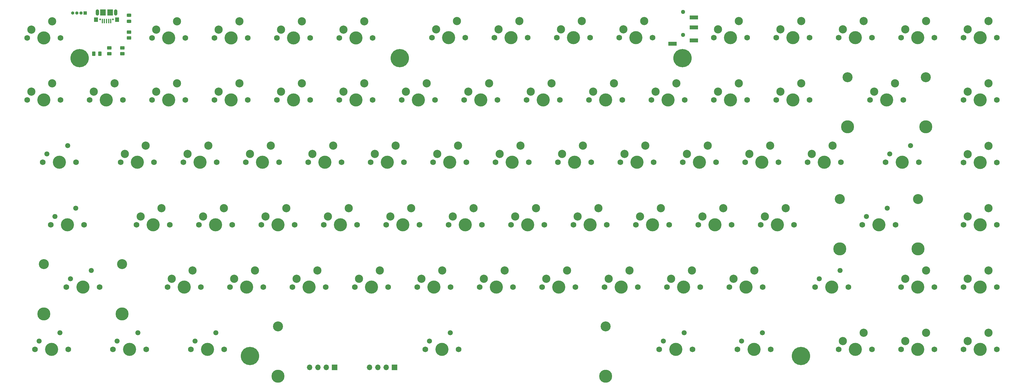
<source format=gbr>
%TF.GenerationSoftware,KiCad,Pcbnew,7.0.8-7.0.8~ubuntu22.04.1*%
%TF.CreationDate,2023-11-08T21:52:34+01:00*%
%TF.ProjectId,keyboard,6b657962-6f61-4726-942e-6b696361645f,rev?*%
%TF.SameCoordinates,Original*%
%TF.FileFunction,Soldermask,Top*%
%TF.FilePolarity,Negative*%
%FSLAX46Y46*%
G04 Gerber Fmt 4.6, Leading zero omitted, Abs format (unit mm)*
G04 Created by KiCad (PCBNEW 7.0.8-7.0.8~ubuntu22.04.1) date 2023-11-08 21:52:34*
%MOMM*%
%LPD*%
G01*
G04 APERTURE LIST*
G04 Aperture macros list*
%AMRoundRect*
0 Rectangle with rounded corners*
0 $1 Rounding radius*
0 $2 $3 $4 $5 $6 $7 $8 $9 X,Y pos of 4 corners*
0 Add a 4 corners polygon primitive as box body*
4,1,4,$2,$3,$4,$5,$6,$7,$8,$9,$2,$3,0*
0 Add four circle primitives for the rounded corners*
1,1,$1+$1,$2,$3*
1,1,$1+$1,$4,$5*
1,1,$1+$1,$6,$7*
1,1,$1+$1,$8,$9*
0 Add four rect primitives between the rounded corners*
20,1,$1+$1,$2,$3,$4,$5,0*
20,1,$1+$1,$4,$5,$6,$7,0*
20,1,$1+$1,$6,$7,$8,$9,0*
20,1,$1+$1,$8,$9,$2,$3,0*%
G04 Aperture macros list end*
%ADD10C,1.750000*%
%ADD11C,4.000000*%
%ADD12C,2.500000*%
%ADD13C,1.550000*%
%ADD14RoundRect,0.250000X-0.450000X0.262500X-0.450000X-0.262500X0.450000X-0.262500X0.450000X0.262500X0*%
%ADD15C,5.600000*%
%ADD16C,3.048000*%
%ADD17C,3.987800*%
%ADD18C,0.550000*%
%ADD19R,0.400000X1.400000*%
%ADD20R,1.150000X1.450000*%
%ADD21O,1.050000X1.900000*%
%ADD22R,1.750000X1.900000*%
%ADD23RoundRect,0.243750X-0.456250X0.243750X-0.456250X-0.243750X0.456250X-0.243750X0.456250X0.243750X0*%
%ADD24RoundRect,0.250000X0.262500X0.450000X-0.262500X0.450000X-0.262500X-0.450000X0.262500X-0.450000X0*%
%ADD25C,1.300000*%
%ADD26R,2.500000X1.200000*%
%ADD27R,1.000000X1.000000*%
%ADD28O,1.000000X1.000000*%
%ADD29R,1.700000X1.700000*%
%ADD30O,1.700000X1.700000*%
G04 APERTURE END LIST*
D10*
%TO.C,S4*%
X245380000Y-116680000D03*
D11*
X250460000Y-116680000D03*
D10*
X255540000Y-116680000D03*
D12*
X246650000Y-114140000D03*
X253000000Y-111600000D03*
%TD*%
D10*
%TO.C,S10*%
X293030000Y-97630000D03*
D11*
X298110000Y-97630000D03*
D10*
X303190000Y-97630000D03*
D12*
X294300000Y-95090000D03*
X300650000Y-92550000D03*
%TD*%
D10*
%TO.C,S33*%
X288280000Y-135750000D03*
D11*
X293360000Y-135750000D03*
D10*
X298440000Y-135750000D03*
D12*
X289550000Y-133210000D03*
X295900000Y-130670000D03*
%TD*%
D10*
%TO.C,S24*%
X69160000Y-116680000D03*
D13*
X70430000Y-114140000D03*
D11*
X74240000Y-116680000D03*
D13*
X76780000Y-111600000D03*
D10*
X79320000Y-116680000D03*
%TD*%
D14*
%TO.C,R5*%
X95450000Y-76850000D03*
X95450000Y-78675000D03*
%TD*%
D10*
%TO.C,S56*%
X135880000Y-135750000D03*
D11*
X140960000Y-135750000D03*
D10*
X146040000Y-135750000D03*
D12*
X137150000Y-133210000D03*
X143500000Y-130670000D03*
%TD*%
D10*
%TO.C,S51*%
X107230000Y-154800000D03*
D11*
X112310000Y-154800000D03*
D10*
X117390000Y-154800000D03*
D12*
X108500000Y-152260000D03*
X114850000Y-149720000D03*
%TD*%
D15*
%TO.C,H1*%
X80350000Y-84800000D03*
%TD*%
D10*
%TO.C,S65*%
X293020000Y-78550000D03*
D11*
X298100000Y-78550000D03*
D10*
X303180000Y-78550000D03*
D12*
X294290000Y-76010000D03*
X300640000Y-73470000D03*
%TD*%
D10*
%TO.C,S16*%
X83460000Y-97630000D03*
D11*
X88540000Y-97630000D03*
D10*
X93620000Y-97630000D03*
D12*
X84730000Y-95090000D03*
X91080000Y-92550000D03*
%TD*%
D10*
%TO.C,S66*%
X235880000Y-97630000D03*
D11*
X240960000Y-97630000D03*
D10*
X246040000Y-97630000D03*
D12*
X237150000Y-95090000D03*
X243500000Y-92550000D03*
%TD*%
D10*
%TO.C,S58*%
X90580000Y-173850000D03*
D13*
X91850000Y-171310000D03*
D11*
X95660000Y-173850000D03*
D13*
X98200000Y-168770000D03*
D10*
X100740000Y-173850000D03*
%TD*%
%TO.C,S21*%
X331090000Y-173850000D03*
D11*
X336170000Y-173850000D03*
D10*
X341250000Y-173850000D03*
D12*
X332360000Y-171310000D03*
X338710000Y-168770000D03*
%TD*%
D10*
%TO.C,S75*%
X183430000Y-154800000D03*
D11*
X188510000Y-154800000D03*
D10*
X193590000Y-154800000D03*
D12*
X184700000Y-152260000D03*
X191050000Y-149720000D03*
%TD*%
D10*
%TO.C,S76*%
X257290000Y-173850000D03*
D13*
X258560000Y-171310000D03*
D11*
X262370000Y-173850000D03*
D13*
X264910000Y-168770000D03*
D10*
X267450000Y-173850000D03*
%TD*%
D15*
%TO.C,H3*%
X300550000Y-175950000D03*
%TD*%
D10*
%TO.C,S59*%
X273970000Y-78550000D03*
D11*
X279050000Y-78550000D03*
D10*
X284130000Y-78550000D03*
D12*
X275240000Y-76010000D03*
X281590000Y-73470000D03*
%TD*%
D10*
%TO.C,S23*%
X102510000Y-97630000D03*
D11*
X107590000Y-97630000D03*
D10*
X112670000Y-97630000D03*
D12*
X103780000Y-95090000D03*
X110130000Y-92550000D03*
%TD*%
D10*
%TO.C,S55*%
X169180000Y-116680000D03*
D11*
X174260000Y-116680000D03*
D10*
X179340000Y-116680000D03*
D12*
X170450000Y-114140000D03*
X176800000Y-111600000D03*
%TD*%
D10*
%TO.C,S49*%
X150130000Y-116680000D03*
D11*
X155210000Y-116680000D03*
D10*
X160290000Y-116680000D03*
D12*
X151400000Y-114140000D03*
X157750000Y-111600000D03*
%TD*%
D10*
%TO.C,S2*%
X331120000Y-78550000D03*
D11*
X336200000Y-78550000D03*
D10*
X341280000Y-78550000D03*
D12*
X332390000Y-76010000D03*
X338740000Y-73470000D03*
%TD*%
D14*
%TO.C,R2*%
X93430000Y-81675000D03*
X93430000Y-83500000D03*
%TD*%
D10*
%TO.C,S35*%
X187900000Y-78550000D03*
D11*
X192980000Y-78550000D03*
D10*
X198060000Y-78550000D03*
D12*
X189170000Y-76010000D03*
X195520000Y-73470000D03*
%TD*%
D10*
%TO.C,S70*%
X185850000Y-173850000D03*
D13*
X187120000Y-171310000D03*
D11*
X190930000Y-173850000D03*
D13*
X193470000Y-168770000D03*
D10*
X196010000Y-173850000D03*
%TD*%
D16*
%TO.C,bs stabilizer*%
X314742000Y-90645000D03*
D17*
X314742000Y-105855000D03*
D16*
X338618000Y-90645000D03*
D17*
X338618000Y-105855000D03*
%TD*%
D10*
%TO.C,S15*%
X121580000Y-78600000D03*
D11*
X126660000Y-78600000D03*
D10*
X131740000Y-78600000D03*
D12*
X122850000Y-76060000D03*
X129200000Y-73520000D03*
%TD*%
D10*
%TO.C,S28*%
X350150000Y-173850000D03*
D11*
X355230000Y-173850000D03*
D10*
X360310000Y-173850000D03*
D12*
X351420000Y-171310000D03*
X357770000Y-168770000D03*
%TD*%
D10*
%TO.C,S48*%
X178730000Y-97630000D03*
D11*
X183810000Y-97630000D03*
D10*
X188890000Y-97630000D03*
D12*
X180000000Y-95090000D03*
X186350000Y-92550000D03*
%TD*%
D10*
%TO.C,S78*%
X350130000Y-97590000D03*
D11*
X355210000Y-97590000D03*
D10*
X360290000Y-97590000D03*
D12*
X351400000Y-95050000D03*
X357750000Y-92510000D03*
%TD*%
D10*
%TO.C,S79*%
X350165000Y-116700000D03*
D11*
X355245000Y-116700000D03*
D10*
X360325000Y-116700000D03*
D12*
X351435000Y-114160000D03*
X357785000Y-111620000D03*
%TD*%
D10*
%TO.C,S6*%
X202480000Y-154800000D03*
D11*
X207560000Y-154800000D03*
D10*
X212640000Y-154800000D03*
D12*
X203750000Y-152260000D03*
X210100000Y-149720000D03*
%TD*%
D10*
%TO.C,S17*%
X321600000Y-97630000D03*
D11*
X326680000Y-97630000D03*
D10*
X331760000Y-97630000D03*
D12*
X322870000Y-95090000D03*
X329220000Y-92550000D03*
%TD*%
D10*
%TO.C,S60*%
X216830000Y-97630000D03*
D11*
X221910000Y-97630000D03*
D10*
X226990000Y-97630000D03*
D12*
X218100000Y-95090000D03*
X224450000Y-92550000D03*
%TD*%
D10*
%TO.C,S5*%
X212080000Y-135750000D03*
D11*
X217160000Y-135750000D03*
D10*
X222240000Y-135750000D03*
D12*
X213350000Y-133210000D03*
X219700000Y-130670000D03*
%TD*%
D10*
%TO.C,S53*%
X245070000Y-78550000D03*
D11*
X250150000Y-78550000D03*
D10*
X255230000Y-78550000D03*
D12*
X246340000Y-76010000D03*
X252690000Y-73470000D03*
%TD*%
D10*
%TO.C,S50*%
X116830000Y-135750000D03*
D11*
X121910000Y-135750000D03*
D10*
X126990000Y-135750000D03*
D12*
X118100000Y-133210000D03*
X124450000Y-130670000D03*
%TD*%
D10*
%TO.C,S62*%
X154930000Y-135750000D03*
D11*
X160010000Y-135750000D03*
D10*
X165090000Y-135750000D03*
D12*
X156200000Y-133210000D03*
X162550000Y-130670000D03*
%TD*%
D10*
%TO.C,S31*%
X92960000Y-116680000D03*
D11*
X98040000Y-116680000D03*
D10*
X103120000Y-116680000D03*
D12*
X94230000Y-114140000D03*
X100580000Y-111600000D03*
%TD*%
D14*
%TO.C,R1*%
X89430000Y-81675000D03*
X89430000Y-83500000D03*
%TD*%
D10*
%TO.C,S63*%
X145330000Y-154800000D03*
D11*
X150410000Y-154800000D03*
D10*
X155490000Y-154800000D03*
D12*
X146600000Y-152260000D03*
X152950000Y-149720000D03*
%TD*%
D10*
%TO.C,S26*%
X269230000Y-135750000D03*
D11*
X274310000Y-135750000D03*
D10*
X279390000Y-135750000D03*
D12*
X270500000Y-133210000D03*
X276850000Y-130670000D03*
%TD*%
D10*
%TO.C,S25*%
X302530000Y-116680000D03*
D11*
X307610000Y-116680000D03*
D10*
X312690000Y-116680000D03*
D12*
X303800000Y-114140000D03*
X310150000Y-111600000D03*
%TD*%
D10*
%TO.C,S11*%
X264430000Y-116680000D03*
D11*
X269510000Y-116680000D03*
D10*
X274590000Y-116680000D03*
D12*
X265700000Y-114140000D03*
X272050000Y-111600000D03*
%TD*%
D10*
%TO.C,S54*%
X197780000Y-97630000D03*
D11*
X202860000Y-97630000D03*
D10*
X207940000Y-97630000D03*
D12*
X199050000Y-95090000D03*
X205400000Y-92550000D03*
%TD*%
D10*
%TO.C,S1*%
X64410000Y-78600000D03*
D11*
X69490000Y-78600000D03*
D10*
X74570000Y-78600000D03*
D12*
X65680000Y-76060000D03*
X72030000Y-73520000D03*
%TD*%
D16*
%TO.C,lshift stabilizer*%
X69452000Y-147815000D03*
D17*
X69452000Y-163025000D03*
D16*
X93328000Y-147815000D03*
D17*
X93328000Y-163025000D03*
%TD*%
D10*
%TO.C,S9*%
X64410000Y-97630000D03*
D11*
X69490000Y-97630000D03*
D10*
X74570000Y-97630000D03*
D12*
X65680000Y-95090000D03*
X72030000Y-92550000D03*
%TD*%
D10*
%TO.C,S67*%
X207280000Y-116680000D03*
D11*
X212360000Y-116680000D03*
D10*
X217440000Y-116680000D03*
D12*
X208550000Y-114140000D03*
X214900000Y-111600000D03*
%TD*%
D10*
%TO.C,S40*%
X304870000Y-154800000D03*
D13*
X306140000Y-152260000D03*
D11*
X309950000Y-154800000D03*
D13*
X312490000Y-149720000D03*
D10*
X315030000Y-154800000D03*
%TD*%
D15*
%TO.C,H2*%
X178100000Y-84800000D03*
%TD*%
D10*
%TO.C,S68*%
X173980000Y-135750000D03*
D11*
X179060000Y-135750000D03*
D10*
X184140000Y-135750000D03*
D12*
X175250000Y-133210000D03*
X181600000Y-130670000D03*
%TD*%
D10*
%TO.C,S36*%
X140600000Y-97630000D03*
D11*
X145680000Y-97630000D03*
D10*
X150760000Y-97630000D03*
D12*
X141870000Y-95090000D03*
X148220000Y-92550000D03*
%TD*%
D10*
%TO.C,S7*%
X281170000Y-173850000D03*
D13*
X282440000Y-171310000D03*
D11*
X286250000Y-173850000D03*
D13*
X288790000Y-168770000D03*
D10*
X291330000Y-173850000D03*
%TD*%
D15*
%TO.C,H4*%
X132400000Y-175950000D03*
%TD*%
D18*
%TO.C,J1*%
X90525000Y-73000000D03*
X86675000Y-73000000D03*
D19*
X89900000Y-73500000D03*
X89250000Y-73500000D03*
X88600000Y-73500000D03*
X87950000Y-73500000D03*
X87300000Y-73500000D03*
D20*
X91800000Y-73080000D03*
D21*
X91425000Y-70850000D03*
D22*
X89725000Y-70850000D03*
X87475000Y-70850000D03*
D21*
X85775000Y-70850000D03*
D20*
X85400000Y-73080000D03*
%TD*%
D10*
%TO.C,S38*%
X71570000Y-135750000D03*
D13*
X72840000Y-133210000D03*
D11*
X76650000Y-135750000D03*
D13*
X79190000Y-130670000D03*
D10*
X81730000Y-135750000D03*
%TD*%
D16*
%TO.C,enter stabilizer*%
X312372000Y-127910000D03*
D17*
X312372000Y-143120000D03*
D16*
X336248000Y-127910000D03*
D17*
X336248000Y-143120000D03*
%TD*%
D10*
%TO.C,S80*%
X350150000Y-135750000D03*
D11*
X355230000Y-135750000D03*
D10*
X360310000Y-135750000D03*
D12*
X351420000Y-133210000D03*
X357770000Y-130670000D03*
%TD*%
D10*
%TO.C,S13*%
X221530000Y-154800000D03*
D11*
X226610000Y-154800000D03*
D10*
X231690000Y-154800000D03*
D12*
X222800000Y-152260000D03*
X229150000Y-149720000D03*
%TD*%
D10*
%TO.C,S14*%
X312040000Y-173850000D03*
D11*
X317120000Y-173850000D03*
D10*
X322200000Y-173850000D03*
D12*
X313310000Y-171310000D03*
X319660000Y-168770000D03*
%TD*%
D10*
%TO.C,S61*%
X188230000Y-116680000D03*
D11*
X193310000Y-116680000D03*
D10*
X198390000Y-116680000D03*
D12*
X189500000Y-114140000D03*
X195850000Y-111600000D03*
%TD*%
D10*
%TO.C,S44*%
X97780000Y-135750000D03*
D11*
X102860000Y-135750000D03*
D10*
X107940000Y-135750000D03*
D12*
X99050000Y-133210000D03*
X105400000Y-130670000D03*
%TD*%
D10*
%TO.C,S30*%
X121560000Y-97630000D03*
D11*
X126640000Y-97630000D03*
D10*
X131720000Y-97630000D03*
D12*
X122830000Y-95090000D03*
X129180000Y-92550000D03*
%TD*%
D10*
%TO.C,S47*%
X226020000Y-78550000D03*
D11*
X231100000Y-78550000D03*
D10*
X236180000Y-78550000D03*
D12*
X227290000Y-76010000D03*
X233640000Y-73470000D03*
%TD*%
D10*
%TO.C,S81*%
X350150000Y-154800000D03*
D11*
X355230000Y-154800000D03*
D10*
X360310000Y-154800000D03*
D12*
X351420000Y-152260000D03*
X357770000Y-149720000D03*
%TD*%
D10*
%TO.C,S12*%
X231130000Y-135750000D03*
D11*
X236210000Y-135750000D03*
D10*
X241290000Y-135750000D03*
D12*
X232400000Y-133210000D03*
X238750000Y-130670000D03*
%TD*%
D16*
%TO.C,space stabilizer*%
X140930000Y-166865000D03*
D17*
X140930000Y-182075000D03*
D16*
X240930000Y-166865000D03*
D17*
X240930000Y-182075000D03*
%TD*%
D23*
%TO.C,D71*%
X95450000Y-71675000D03*
X95450000Y-73550000D03*
%TD*%
D10*
%TO.C,S46*%
X331120000Y-154800000D03*
D11*
X336200000Y-154800000D03*
D10*
X341280000Y-154800000D03*
D12*
X332390000Y-152260000D03*
X338740000Y-149720000D03*
%TD*%
D10*
%TO.C,S34*%
X278680000Y-154800000D03*
D11*
X283760000Y-154800000D03*
D10*
X288840000Y-154800000D03*
D12*
X279950000Y-152260000D03*
X286300000Y-149720000D03*
%TD*%
D10*
%TO.C,S74*%
X193030000Y-135750000D03*
D11*
X198110000Y-135750000D03*
D10*
X203190000Y-135750000D03*
D12*
X194300000Y-133210000D03*
X200650000Y-130670000D03*
%TD*%
D10*
%TO.C,S37*%
X112030000Y-116680000D03*
D11*
X117110000Y-116680000D03*
D10*
X122190000Y-116680000D03*
D12*
X113300000Y-114140000D03*
X119650000Y-111600000D03*
%TD*%
D10*
%TO.C,S41*%
X206970000Y-78550000D03*
D11*
X212050000Y-78550000D03*
D10*
X217130000Y-78550000D03*
D12*
X208240000Y-76010000D03*
X214590000Y-73470000D03*
%TD*%
D10*
%TO.C,S8*%
X102504700Y-78600000D03*
D11*
X107584700Y-78600000D03*
D10*
X112664700Y-78600000D03*
D12*
X103774700Y-76060000D03*
X110124700Y-73520000D03*
%TD*%
D24*
%TO.C,R3*%
X86562500Y-83500000D03*
X84737500Y-83500000D03*
%TD*%
D10*
%TO.C,S77*%
X350100000Y-78550000D03*
D11*
X355180000Y-78550000D03*
D10*
X360260000Y-78550000D03*
D12*
X351370000Y-76010000D03*
X357720000Y-73470000D03*
%TD*%
D10*
%TO.C,S64*%
X114380000Y-173850000D03*
D13*
X115650000Y-171310000D03*
D11*
X119460000Y-173850000D03*
D13*
X122000000Y-168770000D03*
D10*
X124540000Y-173850000D03*
%TD*%
%TO.C,S71*%
X312070000Y-78550000D03*
D11*
X317150000Y-78550000D03*
D10*
X322230000Y-78550000D03*
D12*
X313340000Y-76010000D03*
X319690000Y-73470000D03*
%TD*%
D10*
%TO.C,S45*%
X76310000Y-154800000D03*
D13*
X77580000Y-152260000D03*
D11*
X81390000Y-154800000D03*
D13*
X83930000Y-149720000D03*
D10*
X86470000Y-154800000D03*
%TD*%
%TO.C,S19*%
X250180000Y-135750000D03*
D11*
X255260000Y-135750000D03*
D10*
X260340000Y-135750000D03*
D12*
X251450000Y-133210000D03*
X257800000Y-130670000D03*
%TD*%
D10*
%TO.C,S52*%
X66780000Y-173850000D03*
D13*
X68050000Y-171310000D03*
D11*
X71860000Y-173850000D03*
D13*
X74400000Y-168770000D03*
D10*
X76940000Y-173850000D03*
%TD*%
%TO.C,S42*%
X159680000Y-97630000D03*
D11*
X164760000Y-97630000D03*
D10*
X169840000Y-97630000D03*
D12*
X160950000Y-95090000D03*
X167300000Y-92550000D03*
%TD*%
D10*
%TO.C,S57*%
X126280000Y-154800000D03*
D11*
X131360000Y-154800000D03*
D10*
X136440000Y-154800000D03*
D12*
X127550000Y-152260000D03*
X133900000Y-149720000D03*
%TD*%
D10*
%TO.C,S3*%
X273980000Y-97630000D03*
D11*
X279060000Y-97630000D03*
D10*
X284140000Y-97630000D03*
D12*
X275250000Y-95090000D03*
X281600000Y-92550000D03*
%TD*%
D15*
%TO.C,H5*%
X264400000Y-84800000D03*
%TD*%
D10*
%TO.C,S73*%
X226330000Y-116680000D03*
D11*
X231410000Y-116680000D03*
D10*
X236490000Y-116680000D03*
D12*
X227600000Y-114140000D03*
X233950000Y-111600000D03*
%TD*%
D10*
%TO.C,S32*%
X326330000Y-116680000D03*
D13*
X327600000Y-114140000D03*
D11*
X331410000Y-116680000D03*
D13*
X333950000Y-111600000D03*
D10*
X336490000Y-116680000D03*
%TD*%
%TO.C,S27*%
X259630000Y-154800000D03*
D11*
X264710000Y-154800000D03*
D10*
X269790000Y-154800000D03*
D12*
X260900000Y-152260000D03*
X267250000Y-149720000D03*
%TD*%
D10*
%TO.C,S39*%
X319230000Y-135750000D03*
D13*
X320500000Y-133210000D03*
D11*
X324310000Y-135750000D03*
D13*
X326850000Y-130670000D03*
D10*
X329390000Y-135750000D03*
%TD*%
%TO.C,S22*%
X140630000Y-78600000D03*
D11*
X145710000Y-78600000D03*
D10*
X150790000Y-78600000D03*
D12*
X141900000Y-76060000D03*
X148250000Y-73520000D03*
%TD*%
D10*
%TO.C,S72*%
X254930000Y-97630000D03*
D11*
X260010000Y-97630000D03*
D10*
X265090000Y-97630000D03*
D12*
X256200000Y-95090000D03*
X262550000Y-92550000D03*
%TD*%
D10*
%TO.C,S20*%
X240580000Y-154800000D03*
D11*
X245660000Y-154800000D03*
D10*
X250740000Y-154800000D03*
D12*
X241850000Y-152260000D03*
X248200000Y-149720000D03*
%TD*%
D10*
%TO.C,S18*%
X283480000Y-116680000D03*
D11*
X288560000Y-116680000D03*
D10*
X293640000Y-116680000D03*
D12*
X284750000Y-114140000D03*
X291100000Y-111600000D03*
%TD*%
D10*
%TO.C,S29*%
X159680000Y-78600000D03*
D11*
X164760000Y-78600000D03*
D10*
X169840000Y-78600000D03*
D12*
X160950000Y-76060000D03*
X167300000Y-73520000D03*
%TD*%
D25*
%TO.C,J2*%
X264580000Y-70700000D03*
X264580000Y-77700000D03*
D26*
X267830000Y-79400000D03*
X267830000Y-75400000D03*
X267830000Y-72400000D03*
X261330000Y-80400000D03*
%TD*%
D27*
%TO.C,J5*%
X82100000Y-71000000D03*
D28*
X80830000Y-71000000D03*
X79560000Y-71000000D03*
X78290000Y-71000000D03*
%TD*%
D10*
%TO.C,S43*%
X131080000Y-116680000D03*
D11*
X136160000Y-116680000D03*
D10*
X141240000Y-116680000D03*
D12*
X132350000Y-114140000D03*
X138700000Y-111600000D03*
%TD*%
D10*
%TO.C,S69*%
X164380000Y-154800000D03*
D11*
X169460000Y-154800000D03*
D10*
X174540000Y-154800000D03*
D12*
X165650000Y-152260000D03*
X172000000Y-149720000D03*
%TD*%
D29*
%TO.C,J4*%
X158180000Y-179400000D03*
D30*
X155640000Y-179400000D03*
X153100000Y-179400000D03*
X150560000Y-179400000D03*
%TD*%
D29*
%TO.C,J3*%
X176470000Y-179400000D03*
D30*
X173930000Y-179400000D03*
X171390000Y-179400000D03*
X168850000Y-179400000D03*
%TD*%
M02*

</source>
